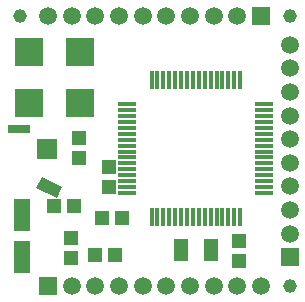
<source format=gts>
G75*
G70*
%OFA0B0*%
%FSLAX24Y24*%
%IPPOS*%
%LPD*%
%AMOC8*
5,1,8,0,0,1.08239X$1,22.5*
%
%ADD10R,0.0454X0.0493*%
%ADD11R,0.0493X0.0454*%
%ADD12R,0.0966X0.0966*%
%ADD13R,0.0560X0.1060*%
%ADD14R,0.0454X0.0769*%
%ADD15R,0.0590X0.0590*%
%ADD16C,0.0590*%
%ADD17R,0.0611X0.0178*%
%ADD18R,0.0178X0.0611*%
%ADD19C,0.0454*%
%ADD20R,0.0760X0.0310*%
%ADD21R,0.0710X0.0710*%
%ADD22R,0.0760X0.0420*%
D10*
X009854Y001555D03*
X009854Y002225D03*
X011104Y003935D03*
X011104Y004605D03*
X010121Y004891D03*
X010121Y005560D03*
X015434Y002145D03*
X015434Y001475D03*
D11*
X011539Y002880D03*
X010869Y002880D03*
X009939Y003280D03*
X009269Y003280D03*
X010644Y001656D03*
X011313Y001656D03*
D12*
X010151Y006733D03*
X008458Y006733D03*
X008458Y008426D03*
X010151Y008426D03*
D13*
X008204Y001580D03*
X008204Y002980D03*
D14*
X013512Y001830D03*
X014496Y001830D03*
D15*
X017130Y001588D03*
X009086Y000631D03*
X016173Y009631D03*
D16*
X015386Y009631D03*
X014598Y009631D03*
X013811Y009631D03*
X013023Y009631D03*
X012236Y009631D03*
X011449Y009631D03*
X010661Y009631D03*
X009874Y009631D03*
X009086Y009631D03*
X017130Y008674D03*
X017130Y007887D03*
X017130Y007100D03*
X017130Y006312D03*
X017130Y005525D03*
X017130Y004737D03*
X017130Y003950D03*
X017130Y003163D03*
X017130Y002375D03*
X016173Y000631D03*
X015386Y000631D03*
X014598Y000631D03*
X013811Y000631D03*
X013023Y000631D03*
X012236Y000631D03*
X011449Y000631D03*
X010661Y000631D03*
X009874Y000631D03*
D17*
X011724Y003733D03*
X011724Y003930D03*
X011724Y004127D03*
X011724Y004324D03*
X011724Y004521D03*
X011724Y004718D03*
X011724Y004914D03*
X011724Y005111D03*
X011724Y005308D03*
X011724Y005505D03*
X011724Y005702D03*
X011724Y005899D03*
X011724Y006096D03*
X011724Y006292D03*
X011724Y006489D03*
X011724Y006686D03*
X016291Y006686D03*
X016291Y006489D03*
X016291Y006292D03*
X016291Y006096D03*
X016291Y005899D03*
X016291Y005702D03*
X016291Y005505D03*
X016291Y005308D03*
X016291Y005111D03*
X016291Y004914D03*
X016291Y004718D03*
X016291Y004521D03*
X016291Y004324D03*
X016291Y004127D03*
X016291Y003930D03*
X016291Y003733D03*
D18*
X015484Y002926D03*
X015287Y002926D03*
X015090Y002926D03*
X014893Y002926D03*
X014697Y002926D03*
X014500Y002926D03*
X014303Y002926D03*
X014106Y002926D03*
X013909Y002926D03*
X013712Y002926D03*
X013515Y002926D03*
X013319Y002926D03*
X013122Y002926D03*
X012925Y002926D03*
X012728Y002926D03*
X012531Y002926D03*
X012531Y007493D03*
X012728Y007493D03*
X012925Y007493D03*
X013122Y007493D03*
X013319Y007493D03*
X013515Y007493D03*
X013712Y007493D03*
X013909Y007493D03*
X014106Y007493D03*
X014303Y007493D03*
X014500Y007493D03*
X014697Y007493D03*
X014893Y007493D03*
X015090Y007493D03*
X015287Y007493D03*
X015484Y007493D03*
D19*
X017130Y009631D03*
X008130Y009631D03*
X017130Y000631D03*
D20*
X008102Y005853D03*
D21*
X009047Y005181D03*
D22*
G36*
X008870Y004259D02*
X009558Y003938D01*
X009380Y003559D01*
X008692Y003880D01*
X008870Y004259D01*
G37*
M02*

</source>
